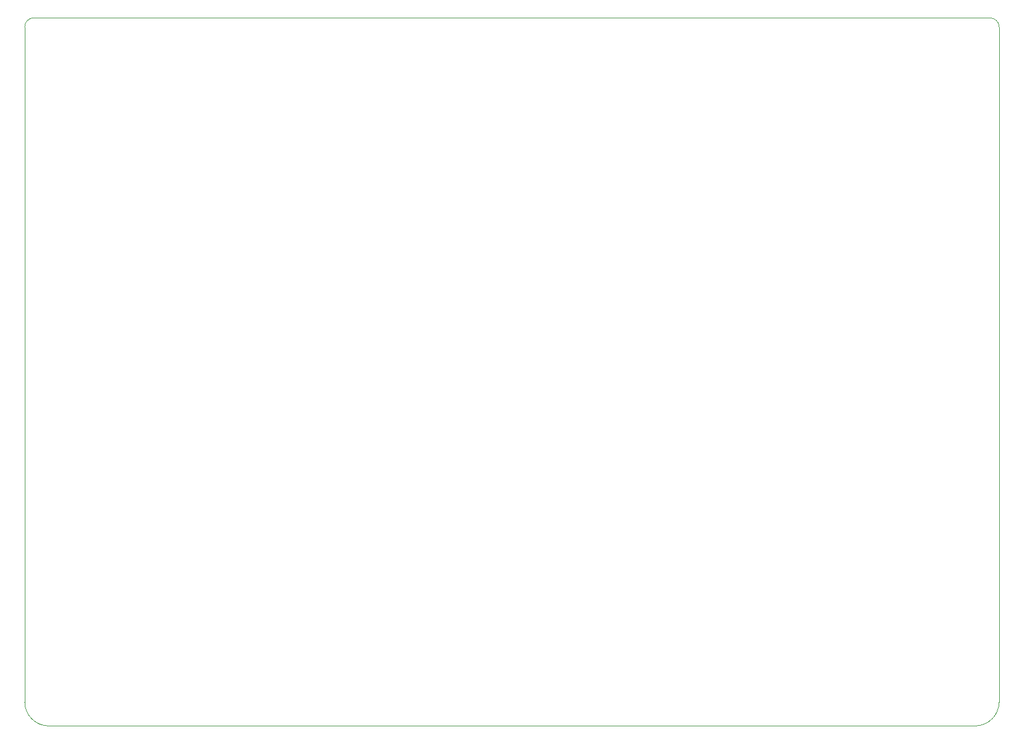
<source format=gm1>
%TF.GenerationSoftware,KiCad,Pcbnew,8.0.5*%
%TF.CreationDate,2024-10-11T09:15:34-05:00*%
%TF.ProjectId,Lab2_starter,4c616232-5f73-4746-9172-7465722e6b69,1*%
%TF.SameCoordinates,Original*%
%TF.FileFunction,Profile,NP*%
%FSLAX46Y46*%
G04 Gerber Fmt 4.6, Leading zero omitted, Abs format (unit mm)*
G04 Created by KiCad (PCBNEW 8.0.5) date 2024-10-11 09:15:34*
%MOMM*%
%LPD*%
G01*
G04 APERTURE LIST*
%TA.AperFunction,Profile*%
%ADD10C,0.100000*%
%TD*%
G04 APERTURE END LIST*
D10*
X158450000Y-137510482D02*
X158450000Y-40650000D01*
X22200000Y-140960482D02*
X155000000Y-140960482D01*
X20050000Y-39350000D02*
X157150000Y-39350000D01*
X18750000Y-40650000D02*
G75*
G02*
X20050000Y-39350000I1300000J0D01*
G01*
X18750000Y-137510482D02*
X18750000Y-40650000D01*
X157150000Y-39350000D02*
G75*
G02*
X158450000Y-40650000I0J-1300000D01*
G01*
X158450000Y-137510482D02*
G75*
G02*
X155000000Y-140960500I-3450000J-18D01*
G01*
X22200000Y-140960482D02*
G75*
G02*
X18750018Y-137510482I0J3449982D01*
G01*
M02*

</source>
